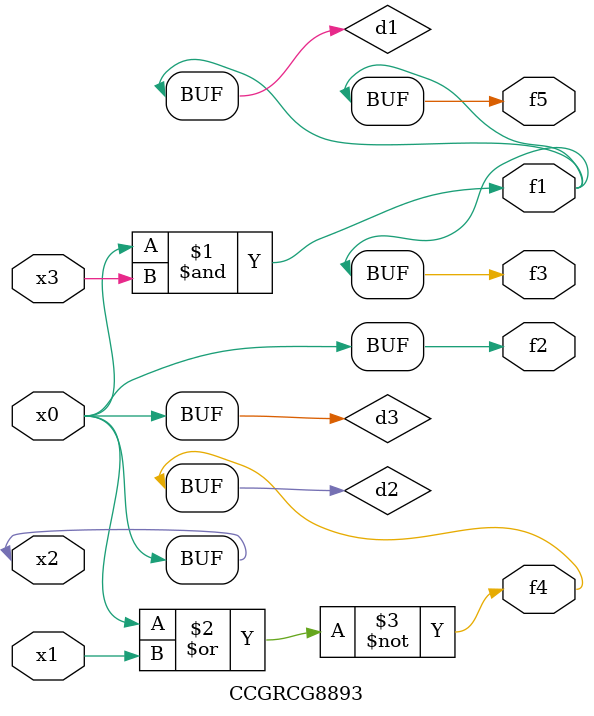
<source format=v>
module CCGRCG8893(
	input x0, x1, x2, x3,
	output f1, f2, f3, f4, f5
);

	wire d1, d2, d3;

	and (d1, x2, x3);
	nor (d2, x0, x1);
	buf (d3, x0, x2);
	assign f1 = d1;
	assign f2 = d3;
	assign f3 = d1;
	assign f4 = d2;
	assign f5 = d1;
endmodule

</source>
